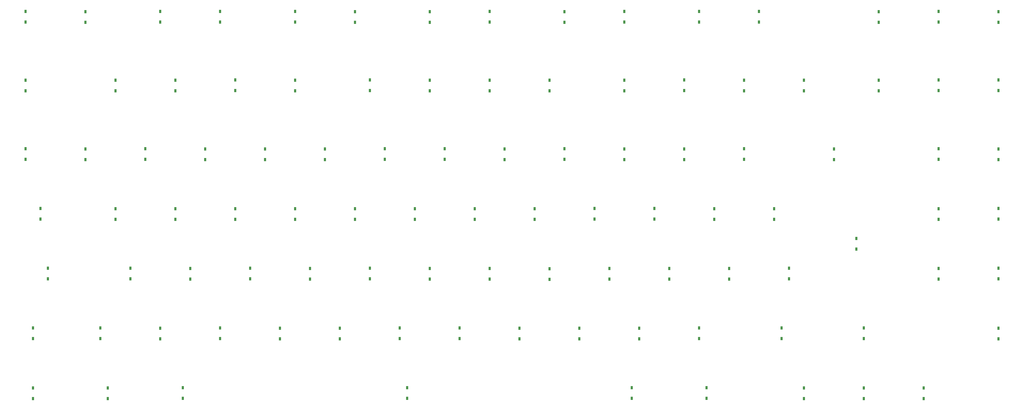
<source format=gbr>
%TF.GenerationSoftware,KiCad,Pcbnew,7.0.8*%
%TF.CreationDate,2024-02-01T14:29:41-06:00*%
%TF.ProjectId,VesselV3,56657373-656c-4563-932e-6b696361645f,3.0*%
%TF.SameCoordinates,Original*%
%TF.FileFunction,Paste,Bot*%
%TF.FilePolarity,Positive*%
%FSLAX46Y46*%
G04 Gerber Fmt 4.6, Leading zero omitted, Abs format (unit mm)*
G04 Created by KiCad (PCBNEW 7.0.8) date 2024-02-01 14:29:41*
%MOMM*%
%LPD*%
G01*
G04 APERTURE LIST*
%ADD10R,0.740000X1.020000*%
G04 APERTURE END LIST*
D10*
%TO.C,D56*%
X224472500Y-155165000D03*
X224472500Y-151765000D03*
%TD*%
%TO.C,D10*%
X253047500Y-92300000D03*
X253047500Y-88900000D03*
%TD*%
%TO.C,D83*%
X143510000Y-193294000D03*
X143510000Y-189894000D03*
%TD*%
%TO.C,D63*%
X372110000Y-155116000D03*
X372110000Y-151716000D03*
%TD*%
%TO.C,D88*%
X238760000Y-193294000D03*
X238760000Y-189894000D03*
%TD*%
%TO.C,D74*%
X267335000Y-174244000D03*
X267335000Y-170844000D03*
%TD*%
%TO.C,D34*%
X100647500Y-136066000D03*
X100647500Y-132666000D03*
%TD*%
%TO.C,D68*%
X153035000Y-174215000D03*
X153035000Y-170815000D03*
%TD*%
%TO.C,D18*%
X110172500Y-114222000D03*
X110172500Y-110822000D03*
%TD*%
%TO.C,D102*%
X348297500Y-212315000D03*
X348297500Y-208915000D03*
%TD*%
%TO.C,D11*%
X276860000Y-92300000D03*
X276860000Y-88900000D03*
%TD*%
%TO.C,D89*%
X257810000Y-193294000D03*
X257810000Y-189894000D03*
%TD*%
%TO.C,D94*%
X64928800Y-212344000D03*
X64928800Y-208944000D03*
%TD*%
%TO.C,D41*%
X233997500Y-136066000D03*
X233997500Y-132666000D03*
%TD*%
%TO.C,D30*%
X353060000Y-114144000D03*
X353060000Y-110744000D03*
%TD*%
%TO.C,D28*%
X310197500Y-114222000D03*
X310197500Y-110822000D03*
%TD*%
%TO.C,D24*%
X229235000Y-114222000D03*
X229235000Y-110822000D03*
%TD*%
%TO.C,D12*%
X295910000Y-92251000D03*
X295910000Y-88851000D03*
%TD*%
%TO.C,D52*%
X148272500Y-155165000D03*
X148272500Y-151765000D03*
%TD*%
%TO.C,D67*%
X133985000Y-174166000D03*
X133985000Y-170766000D03*
%TD*%
%TO.C,D76*%
X305435000Y-174166000D03*
X305435000Y-170766000D03*
%TD*%
%TO.C,D14*%
X353060000Y-92300000D03*
X353060000Y-88900000D03*
%TD*%
%TO.C,D92*%
X329247500Y-193216000D03*
X329247500Y-189816000D03*
%TD*%
%TO.C,D32*%
X62547500Y-136066000D03*
X62547500Y-132666000D03*
%TD*%
%TO.C,D81*%
X105410000Y-193265000D03*
X105410000Y-189865000D03*
%TD*%
%TO.C,D100*%
X310197500Y-212344000D03*
X310197500Y-208944000D03*
%TD*%
%TO.C,D79*%
X64928800Y-193216000D03*
X64928800Y-189816000D03*
%TD*%
%TO.C,D40*%
X214947500Y-136144000D03*
X214947500Y-132744000D03*
%TD*%
%TO.C,D69*%
X172085000Y-174166000D03*
X172085000Y-170766000D03*
%TD*%
%TO.C,D38*%
X176847500Y-136066000D03*
X176847500Y-132666000D03*
%TD*%
%TO.C,D51*%
X129222500Y-155194000D03*
X129222500Y-151794000D03*
%TD*%
%TO.C,D49*%
X91122500Y-155165000D03*
X91122500Y-151765000D03*
%TD*%
%TO.C,D26*%
X272097500Y-114144000D03*
X272097500Y-110744000D03*
%TD*%
%TO.C,D85*%
X181610000Y-193216000D03*
X181610000Y-189816000D03*
%TD*%
%TO.C,D95*%
X88741300Y-212344000D03*
X88741300Y-208944000D03*
%TD*%
%TO.C,D84*%
X162560000Y-193294000D03*
X162560000Y-189894000D03*
%TD*%
%TO.C,D62*%
X353060000Y-155165000D03*
X353060000Y-151765000D03*
%TD*%
%TO.C,D61*%
X326866300Y-164641000D03*
X326866300Y-161241000D03*
%TD*%
%TO.C,D87*%
X219710000Y-193294000D03*
X219710000Y-189894000D03*
%TD*%
%TO.C,D21*%
X172085000Y-114144000D03*
X172085000Y-110744000D03*
%TD*%
%TO.C,D101*%
X329247500Y-212344000D03*
X329247500Y-208944000D03*
%TD*%
%TO.C,D55*%
X205422500Y-155194000D03*
X205422500Y-151794000D03*
%TD*%
%TO.C,D59*%
X281622500Y-155194000D03*
X281622500Y-151794000D03*
%TD*%
%TO.C,D54*%
X186372500Y-155194000D03*
X186372500Y-151794000D03*
%TD*%
%TO.C,D73*%
X248285000Y-174215000D03*
X248285000Y-170815000D03*
%TD*%
%TO.C,D93*%
X372110000Y-193265000D03*
X372110000Y-189865000D03*
%TD*%
%TO.C,D48*%
X67310000Y-155116000D03*
X67310000Y-151716000D03*
%TD*%
%TO.C,D53*%
X167322500Y-155165000D03*
X167322500Y-151765000D03*
%TD*%
%TO.C,D77*%
X353060000Y-174215000D03*
X353060000Y-170815000D03*
%TD*%
%TO.C,D9*%
X233997500Y-92329000D03*
X233997500Y-88929000D03*
%TD*%
%TO.C,D35*%
X119697500Y-136115000D03*
X119697500Y-132715000D03*
%TD*%
%TO.C,D16*%
X62547500Y-114173000D03*
X62547500Y-110773000D03*
%TD*%
%TO.C,D86*%
X200660000Y-193216000D03*
X200660000Y-189816000D03*
%TD*%
%TO.C,D45*%
X319722500Y-136115000D03*
X319722500Y-132715000D03*
%TD*%
%TO.C,D39*%
X195897500Y-136066000D03*
X195897500Y-132666000D03*
%TD*%
%TO.C,D80*%
X86360000Y-193216000D03*
X86360000Y-189816000D03*
%TD*%
%TO.C,D57*%
X243522500Y-155116000D03*
X243522500Y-151716000D03*
%TD*%
%TO.C,D47*%
X372110000Y-136144000D03*
X372110000Y-132744000D03*
%TD*%
%TO.C,D19*%
X129222500Y-114144000D03*
X129222500Y-110744000D03*
%TD*%
%TO.C,D98*%
X255428800Y-212266000D03*
X255428800Y-208866000D03*
%TD*%
%TO.C,D82*%
X124460000Y-193216000D03*
X124460000Y-189816000D03*
%TD*%
%TO.C,D15*%
X372110000Y-92329000D03*
X372110000Y-88929000D03*
%TD*%
%TO.C,D37*%
X157797500Y-136115000D03*
X157797500Y-132715000D03*
%TD*%
%TO.C,D71*%
X210185000Y-174244000D03*
X210185000Y-170844000D03*
%TD*%
%TO.C,D13*%
X334010000Y-92329000D03*
X334010000Y-88929000D03*
%TD*%
%TO.C,D5*%
X148272500Y-92300000D03*
X148272500Y-88900000D03*
%TD*%
%TO.C,D64*%
X69691300Y-174166000D03*
X69691300Y-170766000D03*
%TD*%
%TO.C,D44*%
X291147500Y-136066000D03*
X291147500Y-132666000D03*
%TD*%
%TO.C,D22*%
X191135000Y-114173000D03*
X191135000Y-110773000D03*
%TD*%
%TO.C,D90*%
X276860000Y-193216000D03*
X276860000Y-189816000D03*
%TD*%
%TO.C,D33*%
X81597500Y-136144000D03*
X81597500Y-132744000D03*
%TD*%
%TO.C,D20*%
X148272500Y-114173000D03*
X148272500Y-110773000D03*
%TD*%
%TO.C,D2*%
X81597500Y-92329000D03*
X81597500Y-88929000D03*
%TD*%
%TO.C,D42*%
X253047500Y-136115000D03*
X253047500Y-132715000D03*
%TD*%
%TO.C,D97*%
X183991300Y-212266000D03*
X183991300Y-208866000D03*
%TD*%
%TO.C,D4*%
X124460000Y-92300000D03*
X124460000Y-88900000D03*
%TD*%
%TO.C,D91*%
X303053800Y-193216000D03*
X303053800Y-189816000D03*
%TD*%
%TO.C,D70*%
X191135000Y-174244000D03*
X191135000Y-170844000D03*
%TD*%
%TO.C,D31*%
X372110000Y-114144000D03*
X372110000Y-110744000D03*
%TD*%
%TO.C,D23*%
X210185000Y-114222000D03*
X210185000Y-110822000D03*
%TD*%
%TO.C,D7*%
X191135000Y-92329000D03*
X191135000Y-88929000D03*
%TD*%
%TO.C,D17*%
X91122500Y-114222000D03*
X91122500Y-110822000D03*
%TD*%
%TO.C,D60*%
X300672500Y-155194000D03*
X300672500Y-151794000D03*
%TD*%
%TO.C,D36*%
X138747500Y-136144000D03*
X138747500Y-132744000D03*
%TD*%
%TO.C,D6*%
X167322500Y-92329000D03*
X167322500Y-88929000D03*
%TD*%
%TO.C,D43*%
X272097500Y-136115000D03*
X272097500Y-132715000D03*
%TD*%
%TO.C,D99*%
X279241300Y-212266000D03*
X279241300Y-208866000D03*
%TD*%
%TO.C,D29*%
X334010000Y-114222000D03*
X334010000Y-110822000D03*
%TD*%
%TO.C,D65*%
X95885000Y-174166000D03*
X95885000Y-170766000D03*
%TD*%
%TO.C,D72*%
X229235000Y-174293000D03*
X229235000Y-170893000D03*
%TD*%
%TO.C,D27*%
X291147500Y-114173000D03*
X291147500Y-110773000D03*
%TD*%
%TO.C,D3*%
X105410000Y-92251000D03*
X105410000Y-88851000D03*
%TD*%
%TO.C,D46*%
X353060000Y-136066000D03*
X353060000Y-132666000D03*
%TD*%
%TO.C,D66*%
X114935000Y-174215000D03*
X114935000Y-170815000D03*
%TD*%
%TO.C,D75*%
X286385000Y-174244000D03*
X286385000Y-170844000D03*
%TD*%
%TO.C,D96*%
X112553800Y-212266000D03*
X112553800Y-208866000D03*
%TD*%
%TO.C,D78*%
X372110000Y-174166000D03*
X372110000Y-170766000D03*
%TD*%
%TO.C,D25*%
X253047500Y-114173000D03*
X253047500Y-110773000D03*
%TD*%
%TO.C,D1*%
X62547500Y-92300000D03*
X62547500Y-88900000D03*
%TD*%
%TO.C,D58*%
X262572500Y-155116000D03*
X262572500Y-151716000D03*
%TD*%
%TO.C,D8*%
X210185000Y-92251000D03*
X210185000Y-88851000D03*
%TD*%
%TO.C,D50*%
X110172500Y-155165000D03*
X110172500Y-151765000D03*
%TD*%
M02*

</source>
